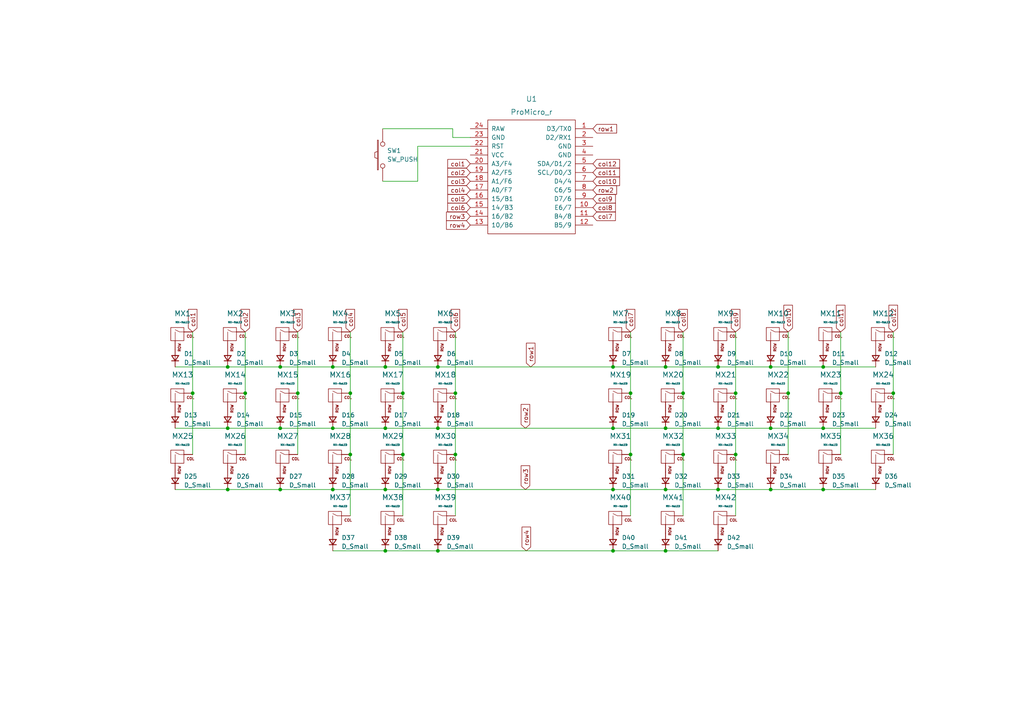
<source format=kicad_sch>
(kicad_sch (version 20211123) (generator eeschema)
  (paper "A4")
  (lib_symbols
    (symbol "Device:D_Small" (pin_numbers hide) (pin_names (offset 0.254) hide)
      (property "Reference" "D" (at -1.27 2.032 0))
      (property "Value" "D_Small" (at -3.81 -2.032 0))
      (symbol "D_Small_0_1"
        (polyline (pts (xy -0.762 -1.016) (xy -0.762 1.016)) (stroke (width 0.254)))
        (polyline (pts (xy -0.762 0) (xy 0.762 0)))
        (polyline (pts (xy 0.762 -1.016) (xy -0.762 0) (xy 0.762 1.016) (xy 0.762 -1.016)) (stroke (width 0.254)))
      )
      (symbol "D_Small_1_1"
        (pin passive line (at -2.54 0 0) (length 1.778) (name "K") (number "1"))
        (pin passive line (at 2.54 0 180) (length 1.778) (name "A") (number "2"))
      )
    )
    (symbol "MX_Alps_Hybrid:MX-NoLED" (pin_names (offset 1.016))
      (property "Reference" "MX" (at -0.635 3.81 0))
      (property "Value" "MX-NoLED" (at -0.635 1.27 0))
      (symbol "MX-NoLED_0_0"
        (rectangle (start -2.54 2.54) (end 1.27 -1.27))
        (polyline (pts (xy -1.27 -1.27) (xy -1.27 1.27)) (stroke (width 0.127)))
        (polyline (pts (xy 1.27 1.27) (xy 0 1.27) (xy -1.27 1.905)) (stroke (width 0.127)))
        (text "COL" (at 3.175 0 0) (effects (font (size 0.762 0.762))))
        (text "ROW" (at 0 -1.905 900) (effects (font (size 0.762 0.762)) (justify right)))
      )
      (symbol "MX-NoLED_1_1"
        (pin passive line (at 3.81 1.27 180) (length 2.54) (name "COL") (number "1"))
        (pin passive line (at -1.27 -3.81 90) (length 2.54) (name "ROW") (number "2"))
      )
    )
    (symbol "kbd:ProMicro_r" (pin_names (offset 1.016))
      (property "Reference" "U" (at 1.27 22.86 0))
      (property "Value" "ProMicro_r" (at 1.27 -15.24 0))
      (symbol "ProMicro_r_0_1"
        (rectangle (start 13.97 20.32) (end -11.43 -12.7))
      )
      (symbol "ProMicro_r_1_1"
        (pin bidirectional line (at 19.05 17.78 180) (length 5.08) (name "D3/TX0") (number "1"))
        (pin bidirectional line (at 19.05 -5.08 180) (length 5.08) (name "E6/7") (number "10"))
        (pin bidirectional line (at 19.05 -7.62 180) (length 5.08) (name "B4/8") (number "11"))
        (pin bidirectional line (at 19.05 -10.16 180) (length 5.08) (name "B5/9") (number "12"))
        (pin bidirectional line (at -16.51 -10.16 0) (length 5.08) (name "10/B6") (number "13"))
        (pin bidirectional line (at -16.51 -7.62 0) (length 5.08) (name "16/B2") (number "14"))
        (pin bidirectional line (at -16.51 -5.08 0) (length 5.08) (name "14/B3") (number "15"))
        (pin bidirectional line (at -16.51 -2.54 0) (length 5.08) (name "15/B1") (number "16"))
        (pin bidirectional line (at -16.51 0 0) (length 5.08) (name "A0/F7") (number "17"))
        (pin bidirectional line (at -16.51 2.54 0) (length 5.08) (name "A1/F6") (number "18"))
        (pin bidirectional line (at -16.51 5.08 0) (length 5.08) (name "A2/F5") (number "19"))
        (pin bidirectional line (at 19.05 15.24 180) (length 5.08) (name "D2/RX1") (number "2"))
        (pin bidirectional line (at -16.51 7.62 0) (length 5.08) (name "A3/F4") (number "20"))
        (pin power_in line (at -16.51 10.16 0) (length 5.08) (name "VCC") (number "21"))
        (pin input line (at -16.51 12.7 0) (length 5.08) (name "RST") (number "22"))
        (pin power_in line (at -16.51 15.24 0) (length 5.08) (name "GND") (number "23"))
        (pin power_out line (at -16.51 17.78 0) (length 5.08) (name "RAW") (number "24"))
        (pin power_in line (at 19.05 12.7 180) (length 5.08) (name "GND") (number "3"))
        (pin power_in line (at 19.05 10.16 180) (length 5.08) (name "GND") (number "4"))
        (pin bidirectional line (at 19.05 7.62 180) (length 5.08) (name "SDA/D1/2") (number "5"))
        (pin bidirectional line (at 19.05 5.08 180) (length 5.08) (name "SCL/D0/3") (number "6"))
        (pin bidirectional line (at 19.05 2.54 180) (length 5.08) (name "D4/4") (number "7"))
        (pin bidirectional line (at 19.05 0 180) (length 5.08) (name "C6/5") (number "8"))
        (pin bidirectional line (at 19.05 -2.54 180) (length 5.08) (name "D7/6") (number "9"))
      )
    )
    (symbol "kbd:SW_PUSH" (pin_numbers hide) (pin_names (offset 1.016) hide)
      (property "Reference" "SW" (at 3.81 2.794 0))
      (property "Value" "SW_PUSH" (at 0 -2.032 0))
      (symbol "SW_PUSH_0_1"
        (rectangle (start -4.318 1.27) (end 4.318 1.524))
        (polyline (pts (xy -1.016 1.524) (xy -0.762 2.286) (xy 0.762 2.286) (xy 1.016 1.524)))
        (pin passive inverted (at -7.62 0 0) (length 5.08) (name "1") (number "1"))
        (pin passive inverted (at 7.62 0 180) (length 5.08) (name "2") (number "2"))
      )
    )
  )
  (junction (at 116.84 131.826))
  (junction (at 55.88 114.046))
  (junction (at 111.76 141.986))
  (junction (at 96.52 141.986))
  (junction (at 193.04 124.206))
  (junction (at 96.52 106.426))
  (junction (at 111.76 106.426))
  (junction (at 127 159.766))
  (junction (at 71.12 114.046))
  (junction (at 116.84 114.046))
  (junction (at 208.28 106.426))
  (junction (at 81.28 124.206))
  (junction (at 223.52 106.426))
  (junction (at 111.76 159.766))
  (junction (at 66.04 106.426))
  (junction (at 238.76 141.986))
  (junction (at 213.36 114.046))
  (junction (at 208.28 124.206))
  (junction (at 127 141.986))
  (junction (at 177.8 141.986))
  (junction (at 86.36 114.046))
  (junction (at 228.6 114.046))
  (junction (at 111.76 124.206))
  (junction (at 132.08 131.826))
  (junction (at 198.12 114.046))
  (junction (at 101.6 131.826))
  (junction (at 81.28 106.426))
  (junction (at 177.8 159.766))
  (junction (at 208.28 141.986))
  (junction (at 177.8 124.206))
  (junction (at 223.52 124.206))
  (junction (at 132.08 114.046))
  (junction (at 243.84 114.046))
  (junction (at 193.04 141.986))
  (junction (at 66.04 141.986))
  (junction (at 101.6 114.046))
  (junction (at 238.76 106.426))
  (junction (at 193.04 159.766))
  (junction (at 213.36 131.826))
  (junction (at 177.8 106.426))
  (junction (at 198.12 131.826))
  (junction (at 238.76 124.206))
  (junction (at 193.04 106.426))
  (junction (at 66.04 124.206))
  (junction (at 127 124.206))
  (junction (at 182.88 114.046))
  (junction (at 96.52 124.206))
  (junction (at 259.08 114.046))
  (junction (at 223.52 141.986))
  (junction (at 127 106.426))
  (junction (at 81.28 141.986))
  (junction (at 182.88 131.826))
  (wire (pts (xy 259.08 114.046) (xy 259.08 131.826)))
  (wire (pts (xy 243.84 114.046) (xy 243.84 131.826)))
  (wire (pts (xy 228.6 96.266) (xy 228.6 114.046)))
  (wire (pts (xy 198.12 131.826) (xy 198.12 149.606)))
  (wire (pts (xy 131.318 39.878) (xy 136.398 39.878)))
  (wire (pts (xy 238.76 124.206) (xy 254 124.206)))
  (wire (pts (xy 111.76 141.986) (xy 127 141.986)))
  (wire (pts (xy 96.52 141.986) (xy 111.76 141.986)))
  (wire (pts (xy 198.12 114.046) (xy 198.12 131.826)))
  (wire (pts (xy 127 159.766) (xy 177.8 159.766)))
  (wire (pts (xy 111.76 106.426) (xy 127 106.426)))
  (wire (pts (xy 121.158 42.418) (xy 121.158 52.578)))
  (wire (pts (xy 81.28 124.206) (xy 96.52 124.206)))
  (wire (pts (xy 182.88 114.046) (xy 182.88 131.826)))
  (wire (pts (xy 213.36 131.826) (xy 213.36 149.606)))
  (wire (pts (xy 55.88 96.266) (xy 55.88 114.046)))
  (wire (pts (xy 71.12 114.046) (xy 71.12 131.826)))
  (wire (pts (xy 116.84 131.826) (xy 116.84 149.606)))
  (wire (pts (xy 182.88 96.266) (xy 182.88 114.046)))
  (wire (pts (xy 111.76 124.206) (xy 127 124.206)))
  (wire (pts (xy 127 106.426) (xy 177.8 106.426)))
  (wire (pts (xy 136.398 42.418) (xy 121.158 42.418)))
  (wire (pts (xy 132.08 96.266) (xy 132.08 114.046)))
  (wire (pts (xy 132.08 114.046) (xy 132.08 131.826)))
  (wire (pts (xy 208.28 106.426) (xy 223.52 106.426)))
  (wire (pts (xy 110.998 37.338) (xy 131.318 37.338)))
  (wire (pts (xy 50.8 124.206) (xy 66.04 124.206)))
  (wire (pts (xy 182.88 131.826) (xy 182.88 149.606)))
  (wire (pts (xy 223.52 124.206) (xy 238.76 124.206)))
  (wire (pts (xy 96.52 106.426) (xy 111.76 106.426)))
  (wire (pts (xy 131.318 37.338) (xy 131.318 39.878)))
  (wire (pts (xy 177.8 159.766) (xy 193.04 159.766)))
  (wire (pts (xy 111.76 159.766) (xy 127 159.766)))
  (wire (pts (xy 81.28 106.426) (xy 96.52 106.426)))
  (wire (pts (xy 50.8 141.986) (xy 66.04 141.986)))
  (wire (pts (xy 66.04 106.426) (xy 81.28 106.426)))
  (wire (pts (xy 127 141.986) (xy 177.8 141.986)))
  (wire (pts (xy 238.76 141.986) (xy 254 141.986)))
  (wire (pts (xy 116.84 114.046) (xy 116.84 131.826)))
  (wire (pts (xy 71.12 96.266) (xy 71.12 114.046)))
  (wire (pts (xy 66.04 141.986) (xy 81.28 141.986)))
  (wire (pts (xy 208.28 124.206) (xy 223.52 124.206)))
  (wire (pts (xy 86.36 114.046) (xy 86.36 131.826)))
  (wire (pts (xy 177.8 106.426) (xy 193.04 106.426)))
  (wire (pts (xy 238.76 106.426) (xy 254 106.426)))
  (wire (pts (xy 116.84 96.266) (xy 116.84 114.046)))
  (wire (pts (xy 228.6 114.046) (xy 228.6 131.826)))
  (wire (pts (xy 208.28 141.986) (xy 223.52 141.986)))
  (wire (pts (xy 193.04 106.426) (xy 208.28 106.426)))
  (wire (pts (xy 193.04 124.206) (xy 208.28 124.206)))
  (wire (pts (xy 223.52 106.426) (xy 238.76 106.426)))
  (wire (pts (xy 259.08 96.266) (xy 259.08 114.046)))
  (wire (pts (xy 96.52 124.206) (xy 111.76 124.206)))
  (wire (pts (xy 177.8 141.986) (xy 193.04 141.986)))
  (wire (pts (xy 198.12 96.266) (xy 198.12 114.046)))
  (wire (pts (xy 121.158 52.578) (xy 110.998 52.578)))
  (wire (pts (xy 55.88 114.046) (xy 55.88 131.826)))
  (wire (pts (xy 223.52 141.986) (xy 238.76 141.986)))
  (wire (pts (xy 193.04 141.986) (xy 208.28 141.986)))
  (wire (pts (xy 177.8 124.206) (xy 193.04 124.206)))
  (wire (pts (xy 243.84 96.266) (xy 243.84 114.046)))
  (wire (pts (xy 127 124.206) (xy 177.8 124.206)))
  (wire (pts (xy 213.36 96.266) (xy 213.36 114.046)))
  (wire (pts (xy 96.52 159.766) (xy 111.76 159.766)))
  (wire (pts (xy 101.6 96.266) (xy 101.6 114.046)))
  (wire (pts (xy 193.04 159.766) (xy 208.28 159.766)))
  (wire (pts (xy 81.28 141.986) (xy 96.52 141.986)))
  (wire (pts (xy 101.6 131.826) (xy 101.6 149.606)))
  (wire (pts (xy 101.6 114.046) (xy 101.6 131.826)))
  (wire (pts (xy 66.04 124.206) (xy 81.28 124.206)))
  (wire (pts (xy 86.36 96.266) (xy 86.36 114.046)))
  (wire (pts (xy 213.36 114.046) (xy 213.36 131.826)))
  (wire (pts (xy 50.8 106.426) (xy 66.04 106.426)))
  (wire (pts (xy 132.08 131.826) (xy 132.08 149.606)))
  (global_label "col11" (shape input) (at 171.958 50.038 0) (property "Intersheet References" "${INTERSHEET_REFS}" (effects hide)))
  (global_label "row1" (shape input) (at 153.924 106.426 90) (property "Intersheet References" "${INTERSHEET_REFS}" (effects hide)))
  (global_label "col1" (shape input) (at 55.88 96.266 90) (property "Intersheet References" "${INTERSHEET_REFS}" (effects hide)))
  (global_label "row1" (shape input) (at 171.958 37.338 0) (property "Intersheet References" "${INTERSHEET_REFS}" (effects hide)))
  (global_label "col7" (shape input) (at 182.88 96.266 90) (property "Intersheet References" "${INTERSHEET_REFS}" (effects hide)))
  (global_label "col12" (shape input) (at 171.958 47.498 0) (property "Intersheet References" "${INTERSHEET_REFS}" (effects hide)))
  (global_label "col8" (shape input) (at 171.958 60.198 0) (property "Intersheet References" "${INTERSHEET_REFS}" (effects hide)))
  (global_label "col10" (shape input) (at 171.958 52.578 0) (property "Intersheet References" "${INTERSHEET_REFS}" (effects hide)))
  (global_label "row4" (shape input) (at 152.654 159.766 90) (property "Intersheet References" "${INTERSHEET_REFS}" (effects hide)))
  (global_label "col11" (shape input) (at 243.84 96.266 90) (property "Intersheet References" "${INTERSHEET_REFS}" (effects hide)))
  (global_label "col9" (shape input) (at 171.958 57.658 0) (property "Intersheet References" "${INTERSHEET_REFS}" (effects hide)))
  (global_label "col12" (shape input) (at 259.08 96.266 90) (property "Intersheet References" "${INTERSHEET_REFS}" (effects hide)))
  (global_label "col7" (shape input) (at 171.958 62.738 0) (property "Intersheet References" "${INTERSHEET_REFS}" (effects hide)))
  (global_label "col6" (shape input) (at 132.08 96.266 90) (property "Intersheet References" "${INTERSHEET_REFS}" (effects hide)))
  (global_label "col4" (shape input) (at 101.6 96.266 90) (property "Intersheet References" "${INTERSHEET_REFS}" (effects hide)))
  (global_label "col1" (shape input) (at 136.398 47.498 180) (property "Intersheet References" "${INTERSHEET_REFS}" (effects hide)))
  (global_label "row3" (shape input) (at 136.398 62.738 180) (property "Intersheet References" "${INTERSHEET_REFS}" (effects hide)))
  (global_label "col6" (shape input) (at 136.398 60.198 180) (property "Intersheet References" "${INTERSHEET_REFS}" (effects hide)))
  (global_label "col4" (shape input) (at 136.398 55.118 180) (property "Intersheet References" "${INTERSHEET_REFS}" (effects hide)))
  (global_label "row2" (shape input) (at 152.4 124.206 90) (property "Intersheet References" "${INTERSHEET_REFS}" (effects hide)))
  (global_label "col10" (shape input) (at 228.6 96.266 90) (property "Intersheet References" "${INTERSHEET_REFS}" (effects hide)))
  (global_label "col5" (shape input) (at 136.398 57.658 180) (property "Intersheet References" "${INTERSHEET_REFS}" (effects hide)))
  (global_label "row4" (shape input) (at 136.398 65.278 180) (property "Intersheet References" "${INTERSHEET_REFS}" (effects hide)))
  (global_label "col8" (shape input) (at 198.12 96.266 90) (property "Intersheet References" "${INTERSHEET_REFS}" (effects hide)))
  (global_label "col2" (shape input) (at 71.12 96.266 90) (property "Intersheet References" "${INTERSHEET_REFS}" (effects hide)))
  (global_label "row3" (shape input) (at 152.4 141.986 90) (property "Intersheet References" "${INTERSHEET_REFS}" (effects hide)))
  (global_label "col3" (shape input) (at 136.398 52.578 180) (property "Intersheet References" "${INTERSHEET_REFS}" (effects hide)))
  (global_label "col2" (shape input) (at 136.398 50.038 180) (property "Intersheet References" "${INTERSHEET_REFS}" (effects hide)))
  (global_label "col3" (shape input) (at 86.36 96.266 90) (property "Intersheet References" "${INTERSHEET_REFS}" (effects hide)))
  (global_label "col5" (shape input) (at 116.84 96.266 90) (property "Intersheet References" "${INTERSHEET_REFS}" (effects hide)))
  (global_label "row2" (shape input) (at 171.958 55.118 0) (property "Intersheet References" "${INTERSHEET_REFS}" (effects hide)))
  (global_label "col9" (shape input) (at 213.36 96.266 90) (property "Intersheet References" "${INTERSHEET_REFS}" (effects hide)))
  (symbol (lib_id "MX_Alps_Hybrid:MX-NoLED") (at 67.31 133.096 0) (unit 1)
    (property "Reference" "MX26" (at 68.1956 126.492 0) (effects (font (size 1.524 1.524))))
    (property "Value" "MX-NoLED" (at 68.1956 129.032 0) (effects (font (size 0.508 0.508))))
    (property "Footprint" "kbd:CherryMX_Choc_1u" (effects hide))
  )
  (symbol (lib_id "MX_Alps_Hybrid:MX-NoLED") (at 179.07 97.536 0) (unit 1)
    (property "Reference" "MX7" (at 179.9556 90.932 0) (effects (font (size 1.524 1.524))))
    (property "Value" "MX-NoLED" (at 179.9556 93.472 0) (effects (font (size 0.508 0.508))))
    (property "Footprint" "kbd:CherryMX_Choc_1u" (effects hide))
  )
  (symbol (lib_id "Device:D_Small") (at 238.76 103.886 90) (unit 1)
    (property "Reference" "D11" (at 241.3 102.6159 90) (effects (justify right)))
    (property "Value" "D_Small" (at 241.3 105.1559 90) (effects (justify right)))
    (property "Footprint" "Diode_SMD:D_SOD-123" (effects hide))
  )
  (symbol (lib_id "MX_Alps_Hybrid:MX-NoLED") (at 209.55 150.876 0) (unit 1)
    (property "Reference" "MX42" (at 210.4356 144.272 0) (effects (font (size 1.524 1.524))))
    (property "Value" "MX-NoLED" (at 210.4356 146.812 0) (effects (font (size 0.508 0.508))))
    (property "Footprint" "kbd:CherryMX_Choc_1u" (effects hide))
  )
  (symbol (lib_id "MX_Alps_Hybrid:MX-NoLED") (at 179.07 133.096 0) (unit 1)
    (property "Reference" "MX31" (at 179.9556 126.492 0) (effects (font (size 1.524 1.524))))
    (property "Value" "MX-NoLED" (at 179.9556 129.032 0) (effects (font (size 0.508 0.508))))
    (property "Footprint" "kbd:CherryMX_Choc_1u" (effects hide))
  )
  (symbol (lib_id "Device:D_Small") (at 50.8 121.666 90) (unit 1)
    (property "Reference" "D13" (at 53.34 120.3959 90) (effects (justify right)))
    (property "Value" "D_Small" (at 53.34 122.9359 90) (effects (justify right)))
    (property "Footprint" "Diode_SMD:D_SOD-123" (effects hide))
  )
  (symbol (lib_id "MX_Alps_Hybrid:MX-NoLED") (at 52.07 97.536 0) (unit 1)
    (property "Reference" "MX1" (at 52.9556 90.932 0) (effects (font (size 1.524 1.524))))
    (property "Value" "MX-NoLED" (at 52.9556 93.472 0) (effects (font (size 0.508 0.508))))
    (property "Footprint" "kbd:CherryMX_Choc_1u" (effects hide))
  )
  (symbol (lib_id "Device:D_Small") (at 96.52 121.666 90) (unit 1)
    (property "Reference" "D16" (at 99.06 120.3959 90) (effects (justify right)))
    (property "Value" "D_Small" (at 99.06 122.9359 90) (effects (justify right)))
    (property "Footprint" "Diode_SMD:D_SOD-123" (effects hide))
  )
  (symbol (lib_id "Device:D_Small") (at 254 103.886 90) (unit 1)
    (property "Reference" "D12" (at 256.54 102.6159 90) (effects (justify right)))
    (property "Value" "D_Small" (at 256.54 105.1559 90) (effects (justify right)))
    (property "Footprint" "Diode_SMD:D_SOD-123" (effects hide))
  )
  (symbol (lib_id "Device:D_Small") (at 208.28 139.446 90) (unit 1)
    (property "Reference" "D33" (at 210.82 138.1759 90) (effects (justify right)))
    (property "Value" "D_Small" (at 210.82 140.7159 90) (effects (justify right)))
    (property "Footprint" "Diode_SMD:D_SOD-123" (effects hide))
  )
  (symbol (lib_id "Device:D_Small") (at 208.28 121.666 90) (unit 1)
    (property "Reference" "D21" (at 210.82 120.3959 90) (effects (justify right)))
    (property "Value" "D_Small" (at 210.82 122.9359 90) (effects (justify right)))
    (property "Footprint" "Diode_SMD:D_SOD-123" (effects hide))
  )
  (symbol (lib_id "Device:D_Small") (at 193.04 121.666 90) (unit 1)
    (property "Reference" "D20" (at 195.58 120.3959 90) (effects (justify right)))
    (property "Value" "D_Small" (at 195.58 122.9359 90) (effects (justify right)))
    (property "Footprint" "Diode_SMD:D_SOD-123" (effects hide))
  )
  (symbol (lib_id "Device:D_Small") (at 111.76 157.226 90) (unit 1)
    (property "Reference" "D38" (at 114.3 155.9559 90) (effects (justify right)))
    (property "Value" "D_Small" (at 114.3 158.4959 90) (effects (justify right)))
    (property "Footprint" "Diode_SMD:D_SOD-123" (effects hide))
  )
  (symbol (lib_id "kbd:SW_PUSH") (at 110.998 44.958 90) (unit 1)
    (property "Reference" "SW1" (at 112.268 43.6879 90) (effects (justify right)))
    (property "Value" "SW_PUSH" (at 112.268 46.2279 90) (effects (justify right)))
    (property "Footprint" "kbd:ResetSW" (effects hide))
  )
  (symbol (lib_id "MX_Alps_Hybrid:MX-NoLED") (at 240.03 133.096 0) (unit 1)
    (property "Reference" "MX35" (at 240.9156 126.492 0) (effects (font (size 1.524 1.524))))
    (property "Value" "MX-NoLED" (at 240.9156 129.032 0) (effects (font (size 0.508 0.508))))
    (property "Footprint" "kbd:CherryMX_Choc_1u" (effects hide))
  )
  (symbol (lib_id "MX_Alps_Hybrid:MX-NoLED") (at 194.31 97.536 0) (unit 1)
    (property "Reference" "MX8" (at 195.1956 90.932 0) (effects (font (size 1.524 1.524))))
    (property "Value" "MX-NoLED" (at 195.1956 93.472 0) (effects (font (size 0.508 0.508))))
    (property "Footprint" "kbd:CherryMX_Choc_1u" (effects hide))
  )
  (symbol (lib_id "Device:D_Small") (at 254 139.446 90) (unit 1)
    (property "Reference" "D36" (at 256.54 138.1759 90) (effects (justify right)))
    (property "Value" "D_Small" (at 256.54 140.7159 90) (effects (justify right)))
    (property "Footprint" "Diode_SMD:D_SOD-123" (effects hide))
  )
  (symbol (lib_id "MX_Alps_Hybrid:MX-NoLED") (at 97.79 133.096 0) (unit 1)
    (property "Reference" "MX28" (at 98.6756 126.492 0) (effects (font (size 1.524 1.524))))
    (property "Value" "MX-NoLED" (at 98.6756 129.032 0) (effects (font (size 0.508 0.508))))
    (property "Footprint" "kbd:CherryMX_Choc_1u" (effects hide))
  )
  (symbol (lib_id "MX_Alps_Hybrid:MX-NoLED") (at 255.27 115.316 0) (unit 1)
    (property "Reference" "MX24" (at 256.1556 108.712 0) (effects (font (size 1.524 1.524))))
    (property "Value" "MX-NoLED" (at 256.1556 111.252 0) (effects (font (size 0.508 0.508))))
    (property "Footprint" "kbd:CherryMX_Choc_1u" (effects hide))
  )
  (symbol (lib_id "MX_Alps_Hybrid:MX-NoLED") (at 113.03 97.536 0) (unit 1)
    (property "Reference" "MX5" (at 113.9156 90.932 0) (effects (font (size 1.524 1.524))))
    (property "Value" "MX-NoLED" (at 113.9156 93.472 0) (effects (font (size 0.508 0.508))))
    (property "Footprint" "kbd:CherryMX_Choc_1u" (effects hide))
  )
  (symbol (lib_id "MX_Alps_Hybrid:MX-NoLED") (at 209.55 97.536 0) (unit 1)
    (property "Reference" "MX9" (at 210.4356 90.932 0) (effects (font (size 1.524 1.524))))
    (property "Value" "MX-NoLED" (at 210.4356 93.472 0) (effects (font (size 0.508 0.508))))
    (property "Footprint" "kbd:CherryMX_Choc_1u" (effects hide))
  )
  (symbol (lib_id "Device:D_Small") (at 177.8 103.886 90) (unit 1)
    (property "Reference" "D7" (at 180.34 102.6159 90) (effects (justify right)))
    (property "Value" "D_Small" (at 180.34 105.1559 90) (effects (justify right)))
    (property "Footprint" "Diode_SMD:D_SOD-123" (effects hide))
  )
  (symbol (lib_id "Device:D_Small") (at 66.04 121.666 90) (unit 1)
    (property "Reference" "D14" (at 68.58 120.3959 90) (effects (justify right)))
    (property "Value" "D_Small" (at 68.58 122.9359 90) (effects (justify right)))
    (property "Footprint" "Diode_SMD:D_SOD-123" (effects hide))
  )
  (symbol (lib_id "Device:D_Small") (at 96.52 103.886 90) (unit 1)
    (property "Reference" "D4" (at 99.06 102.6159 90) (effects (justify right)))
    (property "Value" "D_Small" (at 99.06 105.1559 90) (effects (justify right)))
    (property "Footprint" "Diode_SMD:D_SOD-123" (effects hide))
  )
  (symbol (lib_id "Device:D_Small") (at 208.28 157.226 90) (unit 1)
    (property "Reference" "D42" (at 210.82 155.9559 90) (effects (justify right)))
    (property "Value" "D_Small" (at 210.82 158.4959 90) (effects (justify right)))
    (property "Footprint" "Diode_SMD:D_SOD-123" (effects hide))
  )
  (symbol (lib_id "Device:D_Small") (at 177.8 157.226 90) (unit 1)
    (property "Reference" "D40" (at 180.34 155.9559 90) (effects (justify right)))
    (property "Value" "D_Small" (at 180.34 158.4959 90) (effects (justify right)))
    (property "Footprint" "Diode_SMD:D_SOD-123" (effects hide))
  )
  (symbol (lib_id "MX_Alps_Hybrid:MX-NoLED") (at 240.03 115.316 0) (unit 1)
    (property "Reference" "MX23" (at 240.9156 108.712 0) (effects (font (size 1.524 1.524))))
    (property "Value" "MX-NoLED" (at 240.9156 111.252 0) (effects (font (size 0.508 0.508))))
    (property "Footprint" "kbd:CherryMX_Choc_1u" (effects hide))
  )
  (symbol (lib_id "kbd:ProMicro_r") (at 152.908 55.118 0) (unit 1)
    (property "Reference" "U1" (at 154.178 28.702 0) (effects (font (size 1.524 1.524))))
    (property "Value" "ProMicro_r" (at 154.178 32.512 0) (effects (font (size 1.524 1.524))))
    (property "Footprint" "kbd:ProMicro_v3" (effects hide))
  )
  (symbol (lib_id "Device:D_Small") (at 193.04 103.886 90) (unit 1)
    (property "Reference" "D8" (at 195.58 102.6159 90) (effects (justify right)))
    (property "Value" "D_Small" (at 195.58 105.1559 90) (effects (justify right)))
    (property "Footprint" "Diode_SMD:D_SOD-123" (effects hide))
  )
  (symbol (lib_id "MX_Alps_Hybrid:MX-NoLED") (at 209.55 115.316 0) (unit 1)
    (property "Reference" "MX21" (at 210.4356 108.712 0) (effects (font (size 1.524 1.524))))
    (property "Value" "MX-NoLED" (at 210.4356 111.252 0) (effects (font (size 0.508 0.508))))
    (property "Footprint" "kbd:CherryMX_Choc_1u" (effects hide))
  )
  (symbol (lib_id "MX_Alps_Hybrid:MX-NoLED") (at 52.07 115.316 0) (unit 1)
    (property "Reference" "MX13" (at 52.9556 108.712 0) (effects (font (size 1.524 1.524))))
    (property "Value" "MX-NoLED" (at 52.9556 111.252 0) (effects (font (size 0.508 0.508))))
    (property "Footprint" "kbd:CherryMX_Choc_1u" (effects hide))
  )
  (symbol (lib_id "Device:D_Small") (at 81.28 103.886 90) (unit 1)
    (property "Reference" "D3" (at 83.82 102.6159 90) (effects (justify right)))
    (property "Value" "D_Small" (at 83.82 105.1559 90) (effects (justify right)))
    (property "Footprint" "Diode_SMD:D_SOD-123" (effects hide))
  )
  (symbol (lib_id "MX_Alps_Hybrid:MX-NoLED") (at 97.79 115.316 0) (unit 1)
    (property "Reference" "MX16" (at 98.6756 108.712 0) (effects (font (size 1.524 1.524))))
    (property "Value" "MX-NoLED" (at 98.6756 111.252 0) (effects (font (size 0.508 0.508))))
    (property "Footprint" "kbd:CherryMX_Choc_1u" (effects hide))
  )
  (symbol (lib_id "MX_Alps_Hybrid:MX-NoLED") (at 97.79 150.876 0) (unit 1)
    (property "Reference" "MX37" (at 98.6756 144.272 0) (effects (font (size 1.524 1.524))))
    (property "Value" "MX-NoLED" (at 98.6756 146.812 0) (effects (font (size 0.508 0.508))))
    (property "Footprint" "kbd:CherryMX_Choc_1u" (effects hide))
  )
  (symbol (lib_id "Device:D_Small") (at 238.76 139.446 90) (unit 1)
    (property "Reference" "D35" (at 241.3 138.1759 90) (effects (justify right)))
    (property "Value" "D_Small" (at 241.3 140.7159 90) (effects (justify right)))
    (property "Footprint" "Diode_SMD:D_SOD-123" (effects hide))
  )
  (symbol (lib_id "MX_Alps_Hybrid:MX-NoLED") (at 179.07 150.876 0) (unit 1)
    (property "Reference" "MX40" (at 179.9556 144.272 0) (effects (font (size 1.524 1.524))))
    (property "Value" "MX-NoLED" (at 179.9556 146.812 0) (effects (font (size 0.508 0.508))))
    (property "Footprint" "kbd:CherryMX_Choc_1.5u" (effects hide))
  )
  (symbol (lib_id "MX_Alps_Hybrid:MX-NoLED") (at 255.27 133.096 0) (unit 1)
    (property "Reference" "MX36" (at 256.1556 126.492 0) (effects (font (size 1.524 1.524))))
    (property "Value" "MX-NoLED" (at 256.1556 129.032 0) (effects (font (size 0.508 0.508))))
    (property "Footprint" "kbd:CherryMX_Choc_1u" (effects hide))
  )
  (symbol (lib_id "Device:D_Small") (at 111.76 103.886 90) (unit 1)
    (property "Reference" "D5" (at 114.3 102.6159 90) (effects (justify right)))
    (property "Value" "D_Small" (at 114.3 105.1559 90) (effects (justify right)))
    (property "Footprint" "Diode_SMD:D_SOD-123" (effects hide))
  )
  (symbol (lib_id "Device:D_Small") (at 111.76 139.446 90) (unit 1)
    (property "Reference" "D29" (at 114.3 138.1759 90) (effects (justify right)))
    (property "Value" "D_Small" (at 114.3 140.7159 90) (effects (justify right)))
    (property "Footprint" "Diode_SMD:D_SOD-123" (effects hide))
  )
  (symbol (lib_id "Device:D_Small") (at 50.8 103.886 90) (unit 1)
    (property "Reference" "D1" (at 53.34 102.6159 90) (effects (justify right)))
    (property "Value" "D_Small" (at 53.34 105.1559 90) (effects (justify right)))
    (property "Footprint" "Diode_SMD:D_SOD-123" (effects hide))
  )
  (symbol (lib_id "MX_Alps_Hybrid:MX-NoLED") (at 209.55 133.096 0) (unit 1)
    (property "Reference" "MX33" (at 210.4356 126.492 0) (effects (font (size 1.524 1.524))))
    (property "Value" "MX-NoLED" (at 210.4356 129.032 0) (effects (font (size 0.508 0.508))))
    (property "Footprint" "kbd:CherryMX_Choc_1u" (effects hide))
  )
  (symbol (lib_id "Device:D_Small") (at 208.28 103.886 90) (unit 1)
    (property "Reference" "D9" (at 210.82 102.6159 90) (effects (justify right)))
    (property "Value" "D_Small" (at 210.82 105.1559 90) (effects (justify right)))
    (property "Footprint" "Diode_SMD:D_SOD-123" (effects hide))
  )
  (symbol (lib_id "Device:D_Small") (at 254 121.666 90) (unit 1)
    (property "Reference" "D24" (at 256.54 120.3959 90) (effects (justify right)))
    (property "Value" "D_Small" (at 256.54 122.9359 90) (effects (justify right)))
    (property "Footprint" "Diode_SMD:D_SOD-123" (effects hide))
  )
  (symbol (lib_id "Device:D_Small") (at 223.52 121.666 90) (unit 1)
    (property "Reference" "D22" (at 226.06 120.3959 90) (effects (justify right)))
    (property "Value" "D_Small" (at 226.06 122.9359 90) (effects (justify right)))
    (property "Footprint" "Diode_SMD:D_SOD-123" (effects hide))
  )
  (symbol (lib_id "Device:D_Small") (at 223.52 139.446 90) (unit 1)
    (property "Reference" "D34" (at 226.06 138.1759 90) (effects (justify right)))
    (property "Value" "D_Small" (at 226.06 140.7159 90) (effects (justify right)))
    (property "Footprint" "Diode_SMD:D_SOD-123" (effects hide))
  )
  (symbol (lib_id "Device:D_Small") (at 81.28 121.666 90) (unit 1)
    (property "Reference" "D15" (at 83.82 120.3959 90) (effects (justify right)))
    (property "Value" "D_Small" (at 83.82 122.9359 90) (effects (justify right)))
    (property "Footprint" "Diode_SMD:D_SOD-123" (effects hide))
  )
  (symbol (lib_id "Device:D_Small") (at 127 157.226 90) (unit 1)
    (property "Reference" "D39" (at 129.54 155.9559 90) (effects (justify right)))
    (property "Value" "D_Small" (at 129.54 158.4959 90) (effects (justify right)))
    (property "Footprint" "Diode_SMD:D_SOD-123" (effects hide))
  )
  (symbol (lib_id "Device:D_Small") (at 177.8 121.666 90) (unit 1)
    (property "Reference" "D19" (at 180.34 120.3959 90) (effects (justify right)))
    (property "Value" "D_Small" (at 180.34 122.9359 90) (effects (justify right)))
    (property "Footprint" "Diode_SMD:D_SOD-123" (effects hide))
  )
  (symbol (lib_id "MX_Alps_Hybrid:MX-NoLED") (at 52.07 133.096 0) (unit 1)
    (property "Reference" "MX25" (at 52.9556 126.492 0) (effects (font (size 1.524 1.524))))
    (property "Value" "MX-NoLED" (at 52.9556 129.032 0) (effects (font (size 0.508 0.508))))
    (property "Footprint" "kbd:CherryMX_Choc_1u" (effects hide))
  )
  (symbol (lib_id "MX_Alps_Hybrid:MX-NoLED") (at 224.79 133.096 0) (unit 1)
    (property "Reference" "MX34" (at 225.6756 126.492 0) (effects (font (size 1.524 1.524))))
    (property "Value" "MX-NoLED" (at 225.6756 129.032 0) (effects (font (size 0.508 0.508))))
    (property "Footprint" "kbd:CherryMX_Choc_1u" (effects hide))
  )
  (symbol (lib_id "MX_Alps_Hybrid:MX-NoLED") (at 194.31 150.876 0) (unit 1)
    (property "Reference" "MX41" (at 195.1956 144.272 0) (effects (font (size 1.524 1.524))))
    (property "Value" "MX-NoLED" (at 195.1956 146.812 0) (effects (font (size 0.508 0.508))))
    (property "Footprint" "kbd:CherryMX_Choc_1u" (effects hide))
  )
  (symbol (lib_id "MX_Alps_Hybrid:MX-NoLED") (at 113.03 115.316 0) (unit 1)
    (property "Reference" "MX17" (at 113.9156 108.712 0) (effects (font (size 1.524 1.524))))
    (property "Value" "MX-NoLED" (at 113.9156 111.252 0) (effects (font (size 0.508 0.508))))
    (property "Footprint" "kbd:CherryMX_Choc_1u" (effects hide))
  )
  (symbol (lib_id "Device:D_Small") (at 50.8 139.446 90) (unit 1)
    (property "Reference" "D25" (at 53.34 138.1759 90) (effects (justify right)))
    (property "Value" "D_Small" (at 53.34 140.7159 90) (effects (justify right)))
    (property "Footprint" "Diode_SMD:D_SOD-123" (effects hide))
  )
  (symbol (lib_id "Device:D_Small") (at 96.52 157.226 90) (unit 1)
    (property "Reference" "D37" (at 99.06 155.9559 90) (effects (justify right)))
    (property "Value" "D_Small" (at 99.06 158.4959 90) (effects (justify right)))
    (property "Footprint" "Diode_SMD:D_SOD-123" (effects hide))
  )
  (symbol (lib_id "MX_Alps_Hybrid:MX-NoLED") (at 113.03 150.876 0) (unit 1)
    (property "Reference" "MX38" (at 113.9156 144.272 0) (effects (font (size 1.524 1.524))))
    (property "Value" "MX-NoLED" (at 113.9156 146.812 0) (effects (font (size 0.508 0.508))))
    (property "Footprint" "kbd:CherryMX_Choc_1u" (effects hide))
  )
  (symbol (lib_id "Device:D_Small") (at 238.76 121.666 90) (unit 1)
    (property "Reference" "D23" (at 241.3 120.3959 90) (effects (justify right)))
    (property "Value" "D_Small" (at 241.3 122.9359 90) (effects (justify right)))
    (property "Footprint" "Diode_SMD:D_SOD-123" (effects hide))
  )
  (symbol (lib_id "MX_Alps_Hybrid:MX-NoLED") (at 240.03 97.536 0) (unit 1)
    (property "Reference" "MX11" (at 240.9156 90.932 0) (effects (font (size 1.524 1.524))))
    (property "Value" "MX-NoLED" (at 240.9156 93.472 0) (effects (font (size 0.508 0.508))))
    (property "Footprint" "kbd:CherryMX_Choc_1u" (effects hide))
  )
  (symbol (lib_id "Device:D_Small") (at 223.52 103.886 90) (unit 1)
    (property "Reference" "D10" (at 226.06 102.6159 90) (effects (justify right)))
    (property "Value" "D_Small" (at 226.06 105.1559 90) (effects (justify right)))
    (property "Footprint" "Diode_SMD:D_SOD-123" (effects hide))
  )
  (symbol (lib_id "Device:D_Small") (at 66.04 139.446 90) (unit 1)
    (property "Reference" "D26" (at 68.58 138.1759 90) (effects (justify right)))
    (property "Value" "D_Small" (at 68.58 140.7159 90) (effects (justify right)))
    (property "Footprint" "Diode_SMD:D_SOD-123" (effects hide))
  )
  (symbol (lib_id "MX_Alps_Hybrid:MX-NoLED") (at 67.31 115.316 0) (unit 1)
    (property "Reference" "MX14" (at 68.1956 108.712 0) (effects (font (size 1.524 1.524))))
    (property "Value" "MX-NoLED" (at 68.1956 111.252 0) (effects (font (size 0.508 0.508))))
    (property "Footprint" "kbd:CherryMX_Choc_1u" (effects hide))
  )
  (symbol (lib_id "MX_Alps_Hybrid:MX-NoLED") (at 67.31 97.536 0) (unit 1)
    (property "Reference" "MX2" (at 68.1956 90.932 0) (effects (font (size 1.524 1.524))))
    (property "Value" "MX-NoLED" (at 68.1956 93.472 0) (effects (font (size 0.508 0.508))))
    (property "Footprint" "kbd:CherryMX_Choc_1u" (effects hide))
  )
  (symbol (lib_id "MX_Alps_Hybrid:MX-NoLED") (at 224.79 97.536 0) (unit 1)
    (property "Reference" "MX10" (at 225.6756 90.932 0) (effects (font (size 1.524 1.524))))
    (property "Value" "MX-NoLED" (at 225.6756 93.472 0) (effects (font (size 0.508 0.508))))
    (property "Footprint" "kbd:CherryMX_Choc_1u" (effects hide))
  )
  (symbol (lib_id "MX_Alps_Hybrid:MX-NoLED") (at 113.03 133.096 0) (unit 1)
    (property "Reference" "MX29" (at 113.9156 126.492 0) (effects (font (size 1.524 1.524))))
    (property "Value" "MX-NoLED" (at 113.9156 129.032 0) (effects (font (size 0.508 0.508))))
    (property "Footprint" "kbd:CherryMX_Choc_1u" (effects hide))
  )
  (symbol (lib_id "MX_Alps_Hybrid:MX-NoLED") (at 128.27 150.876 0) (unit 1)
    (property "Reference" "MX39" (at 129.1556 144.272 0) (effects (font (size 1.524 1.524))))
    (property "Value" "MX-NoLED" (at 129.1556 146.812 0) (effects (font (size 0.508 0.508))))
    (property "Footprint" "kbd:CherryMX_Choc_1.5u" (effects hide))
  )
  (symbol (lib_id "Device:D_Small") (at 127 103.886 90) (unit 1)
    (property "Reference" "D6" (at 129.54 102.6159 90) (effects (justify right)))
    (property "Value" "D_Small" (at 129.54 105.1559 90) (effects (justify right)))
    (property "Footprint" "Diode_SMD:D_SOD-123" (effects hide))
  )
  (symbol (lib_id "MX_Alps_Hybrid:MX-NoLED") (at 224.79 115.316 0) (unit 1)
    (property "Reference" "MX22" (at 225.6756 108.712 0) (effects (font (size 1.524 1.524))))
    (property "Value" "MX-NoLED" (at 225.6756 111.252 0) (effects (font (size 0.508 0.508))))
    (property "Footprint" "kbd:CherryMX_Choc_1u" (effects hide))
  )
  (symbol (lib_id "Device:D_Small") (at 66.04 103.886 90) (unit 1)
    (property "Reference" "D2" (at 68.58 102.6159 90) (effects (justify right)))
    (property "Value" "D_Small" (at 68.58 105.1559 90) (effects (justify right)))
    (property "Footprint" "Diode_SMD:D_SOD-123" (effects hide))
  )
  (symbol (lib_id "MX_Alps_Hybrid:MX-NoLED") (at 128.27 97.536 0) (unit 1)
    (property "Reference" "MX6" (at 129.1556 90.932 0) (effects (font (size 1.524 1.524))))
    (property "Value" "MX-NoLED" (at 129.1556 93.472 0) (effects (font (size 0.508 0.508))))
    (property "Footprint" "kbd:CherryMX_Choc_1u" (effects hide))
  )
  (symbol (lib_id "Device:D_Small") (at 193.04 157.226 90) (unit 1)
    (property "Reference" "D41" (at 195.58 155.9559 90) (effects (justify right)))
    (property "Value" "D_Small" (at 195.58 158.4959 90) (effects (justify right)))
    (property "Footprint" "Diode_SMD:D_SOD-123" (effects hide))
  )
  (symbol (lib_id "Device:D_Small") (at 111.76 121.666 90) (unit 1)
    (property "Reference" "D17" (at 114.3 120.3959 90) (effects (justify right)))
    (property "Value" "D_Small" (at 114.3 122.9359 90) (effects (justify right)))
    (property "Footprint" "Diode_SMD:D_SOD-123" (effects hide))
  )
  (symbol (lib_id "MX_Alps_Hybrid:MX-NoLED") (at 97.79 97.536 0) (unit 1)
    (property "Reference" "MX4" (at 98.6756 90.932 0) (effects (font (size 1.524 1.524))))
    (property "Value" "MX-NoLED" (at 98.6756 93.472 0) (effects (font (size 0.508 0.508))))
    (property "Footprint" "kbd:CherryMX_Choc_1u" (effects hide))
  )
  (symbol (lib_id "Device:D_Small") (at 127 139.446 90) (unit 1)
    (property "Reference" "D30" (at 129.54 138.1759 90) (effects (justify right)))
    (property "Value" "D_Small" (at 129.54 140.7159 90) (effects (justify right)))
    (property "Footprint" "Diode_SMD:D_SOD-123" (effects hide))
  )
  (symbol (lib_id "Device:D_Small") (at 96.52 139.446 90) (unit 1)
    (property "Reference" "D28" (at 99.06 138.1759 90) (effects (justify right)))
    (property "Value" "D_Small" (at 99.06 140.7159 90) (effects (justify right)))
    (property "Footprint" "Diode_SMD:D_SOD-123" (effects hide))
  )
  (symbol (lib_id "MX_Alps_Hybrid:MX-NoLED") (at 179.07 115.316 0) (unit 1)
    (property "Reference" "MX19" (at 179.9556 108.712 0) (effects (font (size 1.524 1.524))))
    (property "Value" "MX-NoLED" (at 179.9556 111.252 0) (effects (font (size 0.508 0.508))))
    (property "Footprint" "kbd:CherryMX_Choc_1u" (effects hide))
  )
  (symbol (lib_id "MX_Alps_Hybrid:MX-NoLED") (at 255.27 97.536 0) (unit 1)
    (property "Reference" "MX12" (at 256.1556 90.932 0) (effects (font (size 1.524 1.524))))
    (property "Value" "MX-NoLED" (at 256.1556 93.472 0) (effects (font (size 0.508 0.508))))
    (property "Footprint" "kbd:CherryMX_Choc_1u" (effects hide))
  )
  (symbol (lib_id "MX_Alps_Hybrid:MX-NoLED") (at 128.27 133.096 0) (unit 1)
    (property "Reference" "MX30" (at 129.1556 126.492 0) (effects (font (size 1.524 1.524))))
    (property "Value" "MX-NoLED" (at 129.1556 129.032 0) (effects (font (size 0.508 0.508))))
    (property "Footprint" "kbd:CherryMX_Choc_1u" (effects hide))
  )
  (symbol (lib_id "MX_Alps_Hybrid:MX-NoLED") (at 194.31 133.096 0) (unit 1)
    (property "Reference" "MX32" (at 195.1956 126.492 0) (effects (font (size 1.524 1.524))))
    (property "Value" "MX-NoLED" (at 195.1956 129.032 0) (effects (font (size 0.508 0.508))))
    (property "Footprint" "kbd:CherryMX_Choc_1u" (effects hide))
  )
  (symbol (lib_id "MX_Alps_Hybrid:MX-NoLED") (at 194.31 115.316 0) (unit 1)
    (property "Reference" "MX20" (at 195.1956 108.712 0) (effects (font (size 1.524 1.524))))
    (property "Value" "MX-NoLED" (at 195.1956 111.252 0) (effects (font (size 0.508 0.508))))
    (property "Footprint" "kbd:CherryMX_Choc_1u" (effects hide))
  )
  (symbol (lib_id "MX_Alps_Hybrid:MX-NoLED") (at 82.55 115.316 0) (unit 1)
    (property "Reference" "MX15" (at 83.4356 108.712 0) (effects (font (size 1.524 1.524))))
    (property "Value" "MX-NoLED" (at 83.4356 111.252 0) (effects (font (size 0.508 0.508))))
    (property "Footprint" "kbd:CherryMX_Choc_1u" (effects hide))
  )
  (symbol (lib_id "MX_Alps_Hybrid:MX-NoLED") (at 82.55 97.536 0) (unit 1)
    (property "Reference" "MX3" (at 83.4356 90.932 0) (effects (font (size 1.524 1.524))))
    (property "Value" "MX-NoLED" (at 83.4356 93.472 0) (effects (font (size 0.508 0.508))))
    (property "Footprint" "kbd:CherryMX_Choc_1u" (effects hide))
  )
  (symbol (lib_id "Device:D_Small") (at 177.8 139.446 90) (unit 1)
    (property "Reference" "D31" (at 180.34 138.1759 90) (effects (justify right)))
    (property "Value" "D_Small" (at 180.34 140.7159 90) (effects (justify right)))
    (property "Footprint" "Diode_SMD:D_SOD-123" (effects hide))
  )
  (symbol (lib_id "MX_Alps_Hybrid:MX-NoLED") (at 82.55 133.096 0) (unit 1)
    (property "Reference" "MX27" (at 83.4356 126.492 0) (effects (font (size 1.524 1.524))))
    (property "Value" "MX-NoLED" (at 83.4356 129.032 0) (effects (font (size 0.508 0.508))))
    (property "Footprint" "kbd:CherryMX_Choc_1u" (effects hide))
  )
  (symbol (lib_id "Device:D_Small") (at 81.28 139.446 90) (unit 1)
    (property "Reference" "D27" (at 83.82 138.1759 90) (effects (justify right)))
    (property "Value" "D_Small" (at 83.82 140.7159 90) (effects (justify right)))
    (property "Footprint" "Diode_SMD:D_SOD-123" (effects hide))
  )
  (symbol (lib_id "Device:D_Small") (at 127 121.666 90) (unit 1)
    (property "Reference" "D18" (at 129.54 120.3959 90) (effects (justify right)))
    (property "Value" "D_Small" (at 129.54 122.9359 90) (effects (justify right)))
    (property "Footprint" "Diode_SMD:D_SOD-123" (effects hide))
  )
  (symbol (lib_id "Device:D_Small") (at 193.04 139.446 90) (unit 1)
    (property "Reference" "D32" (at 195.58 138.1759 90) (effects (justify right)))
    (property "Value" "D_Small" (at 195.58 140.7159 90) (effects (justify right)))
    (property "Footprint" "Diode_SMD:D_SOD-123" (effects hide))
  )
  (symbol (lib_id "MX_Alps_Hybrid:MX-NoLED") (at 128.27 115.316 0) (unit 1)
    (property "Reference" "MX18" (at 129.1556 108.712 0) (effects (font (size 1.524 1.524))))
    (property "Value" "MX-NoLED" (at 129.1556 111.252 0) (effects (font (size 0.508 0.508))))
    (property "Footprint" "kbd:CherryMX_Choc_1u" (effects hide))
  )
)
</source>
